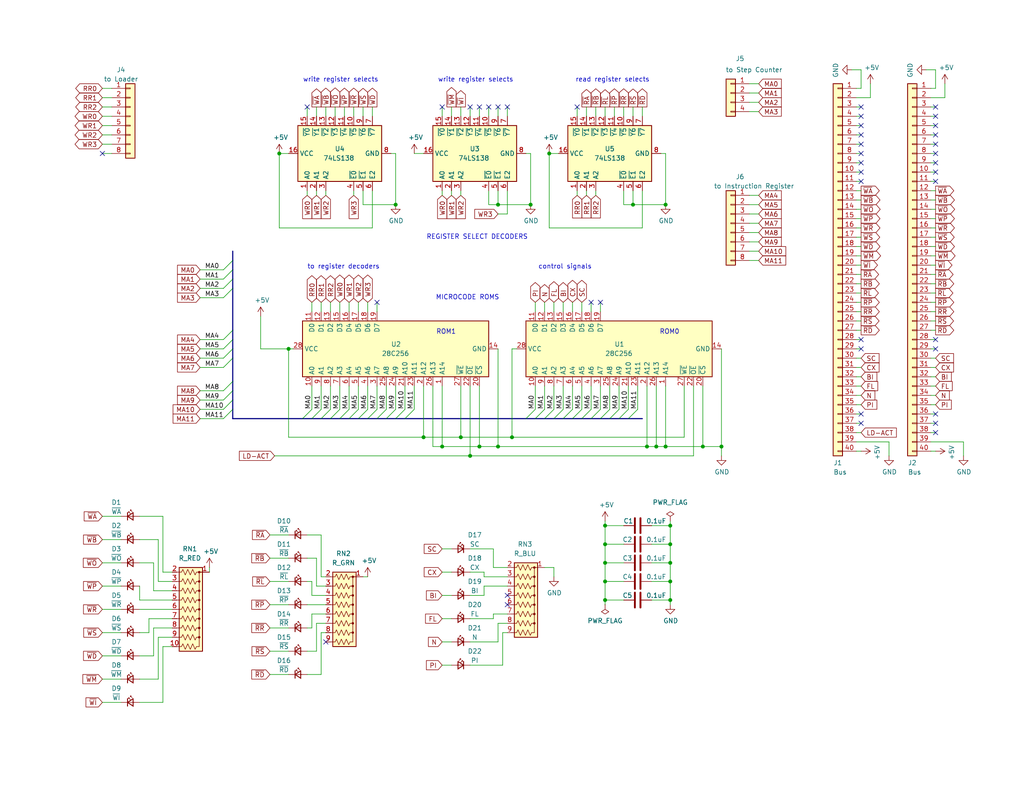
<source format=kicad_sch>
(kicad_sch (version 20231120) (generator "eeschema") (generator_version "8.0")
  (paper "USLetter")
  (title_block (title "SAP-Plus Microcode ROMs") (date "2024-11-30") (rev "1.1") (company "github.com/TomNisbet/sap-plus"))
  (junction (at 182.88 148.59))
  (junction (at 130.81 121.92))
  (junction (at 181.61 55.88))
  (junction (at 179.07 121.92))
  (junction (at 120.65 121.92))
  (junction (at 182.88 158.75))
  (junction (at 181.61 121.92))
  (junction (at 135.89 55.88))
  (junction (at 165.1 158.75))
  (junction (at 165.1 148.59))
  (junction (at 76.2 41.91))
  (junction (at 176.53 121.92))
  (junction (at 128.27 124.46))
  (junction (at 144.78 55.88))
  (junction (at 182.88 153.67))
  (junction (at 135.89 121.92))
  (junction (at 165.1 143.51))
  (junction (at 191.77 121.92))
  (junction (at 182.88 143.51))
  (junction (at 165.1 153.67))
  (junction (at 165.1 163.83))
  (junction (at 182.88 163.83))
  (junction (at 196.85 121.92))
  (junction (at 172.72 55.88))
  (junction (at 149.86 41.91))
  (junction (at 107.95 55.88))
  (junction (at 139.7 119.38))
  (junction (at 78.74 95.25))
  (junction (at 115.57 119.38))
  (junction (at 125.73 119.38))
  (no_connect (at 234.95 34.29))
  (no_connect (at 138.43 162.56))
  (no_connect (at 234.95 41.91))
  (no_connect (at 234.95 46.99))
  (no_connect (at 255.27 115.57))
  (no_connect (at 163.83 82.55))
  (no_connect (at 133.35 29.21))
  (no_connect (at 255.27 46.99))
  (no_connect (at 234.95 95.25))
  (no_connect (at 234.95 113.03))
  (no_connect (at 255.27 36.83))
  (no_connect (at 88.9 175.26))
  (no_connect (at 234.95 36.83))
  (no_connect (at 234.95 39.37))
  (no_connect (at 102.87 82.55))
  (no_connect (at 138.43 29.21))
  (no_connect (at 138.43 165.1))
  (no_connect (at 234.95 49.53))
  (no_connect (at 255.27 41.91))
  (no_connect (at 255.27 29.21))
  (no_connect (at 255.27 34.29))
  (no_connect (at 255.27 44.45))
  (no_connect (at 27.94 41.91))
  (no_connect (at 255.27 95.25))
  (no_connect (at 255.27 49.53))
  (no_connect (at 234.95 92.71))
  (no_connect (at 255.27 113.03))
  (no_connect (at 128.27 29.21))
  (no_connect (at 234.95 44.45))
  (no_connect (at 234.95 115.57))
  (no_connect (at 234.95 29.21))
  (no_connect (at 157.48 29.21))
  (no_connect (at 255.27 118.11))
  (no_connect (at 255.27 31.75))
  (no_connect (at 130.81 29.21))
  (no_connect (at 120.65 29.21))
  (no_connect (at 234.95 31.75))
  (no_connect (at 255.27 39.37))
  (no_connect (at 161.29 82.55))
  (no_connect (at 135.89 29.21))
  (no_connect (at 83.82 29.21))
  (no_connect (at 255.27 92.71))
  (bus_entry (at 92.71 114.3) (size 2.54 -2.54))
  (bus_entry (at 163.83 114.3) (size 2.54 -2.54))
  (bus_entry (at 107.95 114.3) (size 2.54 -2.54))
  (bus_entry (at 85.09 114.3) (size 2.54 -2.54))
  (bus_entry (at 110.49 114.3) (size 2.54 -2.54))
  (bus_entry (at 158.75 114.3) (size 2.54 -2.54))
  (bus_entry (at 105.41 114.3) (size 2.54 -2.54))
  (bus_entry (at 102.87 114.3) (size 2.54 -2.54))
  (bus_entry (at 151.13 114.3) (size 2.54 -2.54))
  (bus_entry (at 95.25 114.3) (size 2.54 -2.54))
  (bus_entry (at 153.67 114.3) (size 2.54 -2.54))
  (bus_entry (at 60.96 114.3) (size 2.54 -2.54))
  (bus_entry (at 156.21 114.3) (size 2.54 -2.54))
  (bus_entry (at 87.63 114.3) (size 2.54 -2.54))
  (bus_entry (at 148.59 114.3) (size 2.54 -2.54))
  (bus_entry (at 63.5 97.79) (size -2.54 2.54))
  (bus_entry (at 63.5 95.25) (size -2.54 2.54))
  (bus_entry (at 63.5 71.12) (size -2.54 2.54))
  (bus_entry (at 63.5 104.14) (size -2.54 2.54))
  (bus_entry (at 90.17 114.3) (size 2.54 -2.54))
  (bus_entry (at 143.51 114.3) (size 2.54 -2.54))
  (bus_entry (at 63.5 90.17) (size -2.54 2.54))
  (bus_entry (at 97.79 114.3) (size 2.54 -2.54))
  (bus_entry (at 146.05 114.3) (size 2.54 -2.54))
  (bus_entry (at 171.45 114.3) (size 2.54 -2.54))
  (bus_entry (at 63.5 92.71) (size -2.54 2.54))
  (bus_entry (at 63.5 73.66) (size -2.54 2.54))
  (bus_entry (at 161.29 114.3) (size 2.54 -2.54))
  (bus_entry (at 166.37 114.3) (size 2.54 -2.54))
  (bus_entry (at 168.91 114.3) (size 2.54 -2.54))
  (bus_entry (at 82.55 114.3) (size 2.54 -2.54))
  (bus_entry (at 100.33 114.3) (size 2.54 -2.54))
  (bus_entry (at 63.5 78.74) (size -2.54 2.54))
  (bus_entry (at 63.5 76.2) (size -2.54 2.54))
  (bus_entry (at 63.5 109.22) (size -2.54 2.54))
  (bus_entry (at 63.5 106.68) (size -2.54 2.54))
  (wire (pts (xy 135.89 52.07) (xy 135.89 55.88)))
  (wire (pts (xy 234.95 100.33) (xy 233.68 100.33)))
  (wire (pts (xy 71.12 86.36) (xy 71.12 95.25)))
  (wire (pts (xy 46.99 158.75) (xy 43.18 158.75)))
  (wire (pts (xy 157.48 52.07) (xy 157.48 53.34)))
  (wire (pts (xy 234.95 102.87) (xy 233.68 102.87)))
  (wire (pts (xy 234.95 59.69) (xy 233.68 59.69)))
  (wire (pts (xy 233.68 107.95) (xy 234.95 107.95)))
  (bus (pts (xy 156.21 114.3) (xy 158.75 114.3)))
  (wire (pts (xy 170.18 148.59) (xy 165.1 148.59)))
  (wire (pts (xy 186.69 119.38) (xy 139.7 119.38)))
  (wire (pts (xy 138.43 157.48) (xy 132.08 157.48)))
  (bus (pts (xy 146.05 114.3) (xy 148.59 114.3)))
  (wire (pts (xy 123.19 29.21) (xy 123.19 31.75)))
  (wire (pts (xy 80.01 95.25) (xy 78.74 95.25)))
  (wire (pts (xy 135.89 170.18) (xy 138.43 170.18)))
  (wire (pts (xy 161.29 105.41) (xy 161.29 111.76)))
  (wire (pts (xy 234.95 31.75) (xy 233.68 31.75)))
  (wire (pts (xy 130.81 29.21) (xy 130.81 31.75)))
  (wire (pts (xy 30.48 26.67) (xy 27.94 26.67)))
  (wire (pts (xy 86.36 160.02) (xy 88.9 160.02)))
  (wire (pts (xy 165.1 142.24) (xy 165.1 143.51)))
  (bus (pts (xy 171.45 114.3) (xy 175.26 114.3)))
  (wire (pts (xy 27.94 153.67) (xy 33.02 153.67)))
  (wire (pts (xy 40.64 168.91) (xy 46.99 168.91)))
  (wire (pts (xy 234.95 85.09) (xy 233.68 85.09)))
  (bus (pts (xy 63.5 106.68) (xy 63.5 109.22)))
  (wire (pts (xy 207.01 71.12) (xy 204.47 71.12)))
  (wire (pts (xy 255.27 95.25) (xy 254 95.25)))
  (wire (pts (xy 234.95 90.17) (xy 233.68 90.17)))
  (wire (pts (xy 57.15 154.94) (xy 57.15 156.21)))
  (wire (pts (xy 234.95 97.79) (xy 233.68 97.79)))
  (wire (pts (xy 73.66 146.05) (xy 78.74 146.05)))
  (wire (pts (xy 87.63 111.76) (xy 87.63 105.41)))
  (wire (pts (xy 182.88 153.67) (xy 182.88 158.75)))
  (wire (pts (xy 40.64 168.91) (xy 40.64 172.72)))
  (wire (pts (xy 234.95 77.47) (xy 233.68 77.47)))
  (bus (pts (xy 90.17 114.3) (xy 92.71 114.3)))
  (wire (pts (xy 76.2 41.91) (xy 76.2 62.23)))
  (wire (pts (xy 165.1 163.83) (xy 170.18 163.83)))
  (wire (pts (xy 83.82 171.45) (xy 85.09 171.45)))
  (wire (pts (xy 242.57 120.65) (xy 242.57 124.46)))
  (wire (pts (xy 138.43 52.07) (xy 138.43 58.42)))
  (wire (pts (xy 86.36 152.4) (xy 86.36 160.02)))
  (wire (pts (xy 234.95 46.99) (xy 233.68 46.99)))
  (wire (pts (xy 135.89 170.18) (xy 135.89 175.26)))
  (wire (pts (xy 120.65 29.21) (xy 120.65 31.75)))
  (wire (pts (xy 151.13 154.94) (xy 151.13 157.48)))
  (wire (pts (xy 132.08 160.02) (xy 132.08 162.56)))
  (wire (pts (xy 60.96 81.28) (xy 54.61 81.28)))
  (wire (pts (xy 233.68 113.03) (xy 234.95 113.03)))
  (wire (pts (xy 168.91 105.41) (xy 168.91 111.76)))
  (wire (pts (xy 88.9 170.18) (xy 86.36 170.18)))
  (wire (pts (xy 149.86 41.91) (xy 152.4 41.91)))
  (wire (pts (xy 207.01 66.04) (xy 204.47 66.04)))
  (wire (pts (xy 107.95 41.91) (xy 107.95 55.88)))
  (wire (pts (xy 101.6 62.23) (xy 76.2 62.23)))
  (wire (pts (xy 27.94 166.37) (xy 33.02 166.37)))
  (wire (pts (xy 83.82 152.4) (xy 86.36 152.4)))
  (wire (pts (xy 255.27 64.77) (xy 254 64.77)))
  (wire (pts (xy 181.61 105.41) (xy 181.61 121.92)))
  (wire (pts (xy 88.9 52.07) (xy 88.9 53.34)))
  (wire (pts (xy 46.99 156.21) (xy 44.45 156.21)))
  (bus (pts (xy 151.13 114.3) (xy 153.67 114.3)))
  (wire (pts (xy 74.93 124.46) (xy 128.27 124.46)))
  (wire (pts (xy 234.95 67.31) (xy 233.68 67.31)))
  (wire (pts (xy 102.87 105.41) (xy 102.87 111.76)))
  (wire (pts (xy 93.98 29.21) (xy 93.98 31.75)))
  (wire (pts (xy 120.65 105.41) (xy 120.65 121.92)))
  (wire (pts (xy 181.61 41.91) (xy 181.61 55.88)))
  (wire (pts (xy 165.1 158.75) (xy 170.18 158.75)))
  (wire (pts (xy 207.01 22.86) (xy 204.47 22.86)))
  (wire (pts (xy 90.17 105.41) (xy 90.17 111.76)))
  (wire (pts (xy 97.79 105.41) (xy 97.79 111.76)))
  (wire (pts (xy 255.27 19.05) (xy 255.27 24.13)))
  (wire (pts (xy 120.65 168.91) (xy 123.19 168.91)))
  (wire (pts (xy 255.27 24.13) (xy 254 24.13)))
  (wire (pts (xy 38.1 140.97) (xy 44.45 140.97)))
  (wire (pts (xy 162.56 52.07) (xy 162.56 53.34)))
  (wire (pts (xy 255.27 87.63) (xy 254 87.63)))
  (wire (pts (xy 86.36 29.21) (xy 86.36 31.75)))
  (bus (pts (xy 95.25 114.3) (xy 97.79 114.3)))
  (wire (pts (xy 234.95 19.05) (xy 234.95 24.13)))
  (wire (pts (xy 255.27 31.75) (xy 254 31.75)))
  (wire (pts (xy 60.96 73.66) (xy 54.61 73.66)))
  (bus (pts (xy 63.5 76.2) (xy 63.5 78.74)))
  (wire (pts (xy 171.45 105.41) (xy 171.45 111.76)))
  (wire (pts (xy 128.27 156.21) (xy 132.08 156.21)))
  (wire (pts (xy 83.82 165.1) (xy 88.9 165.1)))
  (wire (pts (xy 46.99 161.29) (xy 41.91 161.29)))
  (wire (pts (xy 255.27 110.49) (xy 254 110.49)))
  (wire (pts (xy 113.03 41.91) (xy 115.57 41.91)))
  (wire (pts (xy 138.43 29.21) (xy 138.43 31.75)))
  (wire (pts (xy 255.27 74.93) (xy 254 74.93)))
  (wire (pts (xy 255.27 67.31) (xy 254 67.31)))
  (wire (pts (xy 86.36 52.07) (xy 86.36 53.34)))
  (wire (pts (xy 60.96 95.25) (xy 54.61 95.25)))
  (wire (pts (xy 38.1 179.07) (xy 41.91 179.07)))
  (wire (pts (xy 130.81 105.41) (xy 130.81 121.92)))
  (wire (pts (xy 234.95 41.91) (xy 233.68 41.91)))
  (wire (pts (xy 128.27 162.56) (xy 132.08 162.56)))
  (wire (pts (xy 234.95 123.19) (xy 233.68 123.19)))
  (wire (pts (xy 233.68 120.65) (xy 242.57 120.65)))
  (wire (pts (xy 234.95 36.83) (xy 233.68 36.83)))
  (wire (pts (xy 115.57 119.38) (xy 125.73 119.38)))
  (wire (pts (xy 255.27 41.91) (xy 254 41.91)))
  (wire (pts (xy 204.47 30.48) (xy 207.01 30.48)))
  (wire (pts (xy 85.09 105.41) (xy 85.09 111.76)))
  (wire (pts (xy 101.6 52.07) (xy 101.6 62.23)))
  (wire (pts (xy 87.63 172.72) (xy 87.63 184.15)))
  (wire (pts (xy 163.83 105.41) (xy 163.83 111.76)))
  (wire (pts (xy 110.49 105.41) (xy 110.49 111.76)))
  (wire (pts (xy 233.68 115.57) (xy 234.95 115.57)))
  (bus (pts (xy 148.59 114.3) (xy 151.13 114.3)))
  (bus (pts (xy 63.5 109.22) (xy 63.5 111.76)))
  (wire (pts (xy 46.99 173.99) (xy 43.18 173.99)))
  (wire (pts (xy 207.01 63.5) (xy 204.47 63.5)))
  (wire (pts (xy 191.77 105.41) (xy 191.77 121.92)))
  (wire (pts (xy 135.89 29.21) (xy 135.89 31.75)))
  (wire (pts (xy 179.07 121.92) (xy 181.61 121.92)))
  (wire (pts (xy 175.26 52.07) (xy 175.26 62.23)))
  (wire (pts (xy 83.82 29.21) (xy 83.82 31.75)))
  (wire (pts (xy 173.99 105.41) (xy 173.99 111.76)))
  (wire (pts (xy 234.95 29.21) (xy 233.68 29.21)))
  (bus (pts (xy 161.29 114.3) (xy 163.83 114.3)))
  (wire (pts (xy 163.83 82.55) (xy 163.83 85.09)))
  (wire (pts (xy 133.35 52.07) (xy 133.35 55.88)))
  (wire (pts (xy 38.1 160.02) (xy 38.1 163.83)))
  (wire (pts (xy 233.68 110.49) (xy 234.95 110.49)))
  (wire (pts (xy 257.81 22.86) (xy 257.81 26.67)))
  (wire (pts (xy 27.94 147.32) (xy 33.02 147.32)))
  (wire (pts (xy 207.01 58.42) (xy 204.47 58.42)))
  (wire (pts (xy 135.89 58.42) (xy 138.43 58.42)))
  (wire (pts (xy 158.75 105.41) (xy 158.75 111.76)))
  (wire (pts (xy 144.78 41.91) (xy 143.51 41.91)))
  (wire (pts (xy 95.25 82.55) (xy 95.25 85.09)))
  (wire (pts (xy 153.67 82.55) (xy 153.67 85.09)))
  (wire (pts (xy 97.79 82.55) (xy 97.79 85.09)))
  (wire (pts (xy 60.96 78.74) (xy 54.61 78.74)))
  (wire (pts (xy 255.27 62.23) (xy 254 62.23)))
  (wire (pts (xy 151.13 105.41) (xy 151.13 111.76)))
  (wire (pts (xy 234.95 34.29) (xy 233.68 34.29)))
  (wire (pts (xy 255.27 49.53) (xy 254 49.53)))
  (wire (pts (xy 204.47 55.88) (xy 207.01 55.88)))
  (wire (pts (xy 255.27 85.09) (xy 254 85.09)))
  (wire (pts (xy 165.1 148.59) (xy 165.1 153.67)))
  (wire (pts (xy 38.1 172.72) (xy 40.64 172.72)))
  (wire (pts (xy 252.73 19.05) (xy 255.27 19.05)))
  (wire (pts (xy 85.09 167.64) (xy 88.9 167.64)))
  (wire (pts (xy 204.47 25.4) (xy 207.01 25.4)))
  (wire (pts (xy 123.19 52.07) (xy 123.19 53.34)))
  (wire (pts (xy 128.27 105.41) (xy 128.27 124.46)))
  (wire (pts (xy 234.95 82.55) (xy 233.68 82.55)))
  (wire (pts (xy 146.05 82.55) (xy 146.05 85.09)))
  (wire (pts (xy 165.1 143.51) (xy 165.1 148.59)))
  (wire (pts (xy 120.65 175.26) (xy 123.19 175.26)))
  (wire (pts (xy 255.27 29.21) (xy 254 29.21)))
  (wire (pts (xy 135.89 55.88) (xy 144.78 55.88)))
  (wire (pts (xy 96.52 29.21) (xy 96.52 31.75)))
  (wire (pts (xy 255.27 100.33) (xy 254 100.33)))
  (wire (pts (xy 91.44 29.21) (xy 91.44 31.75)))
  (wire (pts (xy 207.01 53.34) (xy 204.47 53.34)))
  (wire (pts (xy 177.8 158.75) (xy 182.88 158.75)))
  (wire (pts (xy 170.18 52.07) (xy 170.18 55.88)))
  (wire (pts (xy 60.96 106.68) (xy 54.61 106.68)))
  (wire (pts (xy 107.95 41.91) (xy 106.68 41.91)))
  (wire (pts (xy 135.89 95.25) (xy 135.89 121.92)))
  (wire (pts (xy 232.41 19.05) (xy 234.95 19.05)))
  (wire (pts (xy 234.95 57.15) (xy 233.68 57.15)))
  (wire (pts (xy 130.81 121.92) (xy 135.89 121.92)))
  (wire (pts (xy 133.35 55.88) (xy 135.89 55.88)))
  (wire (pts (xy 137.16 172.72) (xy 137.16 181.61)))
  (wire (pts (xy 255.27 77.47) (xy 254 77.47)))
  (wire (pts (xy 255.27 115.57) (xy 254 115.57)))
  (wire (pts (xy 125.73 52.07) (xy 125.73 53.34)))
  (wire (pts (xy 87.63 157.48) (xy 87.63 146.05)))
  (wire (pts (xy 88.9 157.48) (xy 87.63 157.48)))
  (bus (pts (xy 92.71 114.3) (xy 95.25 114.3)))
  (wire (pts (xy 27.94 34.29) (xy 30.48 34.29)))
  (wire (pts (xy 234.95 74.93) (xy 233.68 74.93)))
  (wire (pts (xy 149.86 62.23) (xy 149.86 41.91)))
  (wire (pts (xy 41.91 171.45) (xy 46.99 171.45)))
  (wire (pts (xy 85.09 171.45) (xy 85.09 167.64)))
  (wire (pts (xy 76.2 41.91) (xy 78.74 41.91)))
  (wire (pts (xy 255.27 39.37) (xy 254 39.37)))
  (wire (pts (xy 177.8 163.83) (xy 182.88 163.83)))
  (wire (pts (xy 148.59 154.94) (xy 151.13 154.94)))
  (wire (pts (xy 73.66 177.8) (xy 78.74 177.8)))
  (wire (pts (xy 207.01 68.58) (xy 204.47 68.58)))
  (wire (pts (xy 161.29 82.55) (xy 161.29 85.09)))
  (wire (pts (xy 87.63 82.55) (xy 87.63 85.09)))
  (wire (pts (xy 60.96 109.22) (xy 54.61 109.22)))
  (bus (pts (xy 82.55 114.3) (xy 85.09 114.3)))
  (wire (pts (xy 255.27 123.19) (xy 254 123.19)))
  (bus (pts (xy 107.95 114.3) (xy 110.49 114.3)))
  (wire (pts (xy 237.49 22.86) (xy 237.49 26.67)))
  (wire (pts (xy 120.65 149.86) (xy 123.19 149.86)))
  (wire (pts (xy 96.52 52.07) (xy 96.52 53.34)))
  (wire (pts (xy 234.95 87.63) (xy 233.68 87.63)))
  (wire (pts (xy 255.27 52.07) (xy 254 52.07)))
  (wire (pts (xy 44.45 176.53) (xy 44.45 191.77)))
  (wire (pts (xy 38.1 147.32) (xy 43.18 147.32)))
  (wire (pts (xy 234.95 95.25) (xy 233.68 95.25)))
  (wire (pts (xy 95.25 105.41) (xy 95.25 111.76)))
  (wire (pts (xy 170.18 143.51) (xy 165.1 143.51)))
  (wire (pts (xy 233.68 118.11) (xy 234.95 118.11)))
  (wire (pts (xy 120.65 121.92) (xy 130.81 121.92)))
  (wire (pts (xy 172.72 55.88) (xy 170.18 55.88)))
  (wire (pts (xy 255.27 46.99) (xy 254 46.99)))
  (wire (pts (xy 156.21 105.41) (xy 156.21 111.76)))
  (wire (pts (xy 128.27 124.46) (xy 189.23 124.46)))
  (wire (pts (xy 181.61 55.88) (xy 172.72 55.88)))
  (wire (pts (xy 165.1 153.67) (xy 165.1 158.75)))
  (wire (pts (xy 175.26 29.21) (xy 175.26 31.75)))
  (wire (pts (xy 120.65 181.61) (xy 123.19 181.61)))
  (wire (pts (xy 85.09 162.56) (xy 88.9 162.56)))
  (wire (pts (xy 73.66 184.15) (xy 78.74 184.15)))
  (bus (pts (xy 87.63 114.3) (xy 90.17 114.3)))
  (wire (pts (xy 255.27 36.83) (xy 254 36.83)))
  (wire (pts (xy 179.07 105.41) (xy 179.07 121.92)))
  (wire (pts (xy 255.27 54.61) (xy 254 54.61)))
  (wire (pts (xy 120.65 52.07) (xy 120.65 53.34)))
  (wire (pts (xy 172.72 52.07) (xy 172.72 55.88)))
  (wire (pts (xy 138.43 154.94) (xy 134.62 154.94)))
  (wire (pts (xy 100.33 82.55) (xy 100.33 85.09)))
  (wire (pts (xy 207.01 27.94) (xy 204.47 27.94)))
  (wire (pts (xy 73.66 171.45) (xy 78.74 171.45)))
  (wire (pts (xy 255.27 72.39) (xy 254 72.39)))
  (wire (pts (xy 234.95 105.41) (xy 233.68 105.41)))
  (wire (pts (xy 255.27 92.71) (xy 254 92.71)))
  (wire (pts (xy 128.27 175.26) (xy 135.89 175.26)))
  (wire (pts (xy 78.74 95.25) (xy 78.74 119.38)))
  (wire (pts (xy 85.09 158.75) (xy 85.09 162.56)))
  (wire (pts (xy 181.61 121.92) (xy 191.77 121.92)))
  (wire (pts (xy 83.82 158.75) (xy 85.09 158.75)))
  (wire (pts (xy 170.18 153.67) (xy 165.1 153.67)))
  (wire (pts (xy 156.21 82.55) (xy 156.21 85.09)))
  (wire (pts (xy 234.95 54.61) (xy 233.68 54.61)))
  (wire (pts (xy 182.88 163.83) (xy 182.88 165.1)))
  (bus (pts (xy 100.33 114.3) (xy 102.87 114.3)))
  (bus (pts (xy 102.87 114.3) (xy 105.41 114.3)))
  (wire (pts (xy 85.09 82.55) (xy 85.09 85.09)))
  (wire (pts (xy 44.45 191.77) (xy 38.1 191.77)))
  (wire (pts (xy 234.95 24.13) (xy 233.68 24.13)))
  (wire (pts (xy 46.99 176.53) (xy 44.45 176.53)))
  (wire (pts (xy 125.73 105.41) (xy 125.73 119.38)))
  (wire (pts (xy 182.88 158.75) (xy 182.88 163.83)))
  (bus (pts (xy 110.49 114.3) (xy 143.51 114.3)))
  (wire (pts (xy 255.27 69.85) (xy 254 69.85)))
  (wire (pts (xy 128.27 29.21) (xy 128.27 31.75)))
  (wire (pts (xy 186.69 105.41) (xy 186.69 119.38)))
  (wire (pts (xy 92.71 82.55) (xy 92.71 85.09)))
  (bus (pts (xy 63.5 111.76) (xy 63.5 114.3)))
  (wire (pts (xy 234.95 69.85) (xy 233.68 69.85)))
  (wire (pts (xy 30.48 41.91) (xy 27.94 41.91)))
  (wire (pts (xy 135.89 121.92) (xy 176.53 121.92)))
  (wire (pts (xy 255.27 44.45) (xy 254 44.45)))
  (wire (pts (xy 234.95 44.45) (xy 233.68 44.45)))
  (wire (pts (xy 60.96 114.3) (xy 54.61 114.3)))
  (wire (pts (xy 120.65 162.56) (xy 123.19 162.56)))
  (wire (pts (xy 60.96 111.76) (xy 54.61 111.76)))
  (bus (pts (xy 158.75 114.3) (xy 161.29 114.3)))
  (wire (pts (xy 137.16 172.72) (xy 138.43 172.72)))
  (wire (pts (xy 99.06 29.21) (xy 99.06 31.75)))
  (wire (pts (xy 255.27 34.29) (xy 254 34.29)))
  (bus (pts (xy 63.5 104.14) (xy 63.5 106.68)))
  (wire (pts (xy 118.11 105.41) (xy 118.11 121.92)))
  (wire (pts (xy 165.1 29.21) (xy 165.1 31.75)))
  (bus (pts (xy 63.5 114.3) (xy 82.55 114.3)))
  (wire (pts (xy 107.95 105.41) (xy 107.95 111.76)))
  (wire (pts (xy 99.06 55.88) (xy 107.95 55.88)))
  (wire (pts (xy 99.06 157.48) (xy 100.33 157.48)))
  (wire (pts (xy 83.82 177.8) (xy 86.36 177.8)))
  (wire (pts (xy 140.97 95.25) (xy 139.7 95.25)))
  (wire (pts (xy 125.73 29.21) (xy 125.73 31.75)))
  (wire (pts (xy 255.27 59.69) (xy 254 59.69)))
  (wire (pts (xy 234.95 72.39) (xy 233.68 72.39)))
  (bus (pts (xy 63.5 92.71) (xy 63.5 95.25)))
  (wire (pts (xy 255.27 102.87) (xy 254 102.87)))
  (bus (pts (xy 168.91 114.3) (xy 171.45 114.3)))
  (wire (pts (xy 175.26 62.23) (xy 149.86 62.23)))
  (wire (pts (xy 134.62 167.64) (xy 134.62 168.91)))
  (wire (pts (xy 118.11 121.92) (xy 120.65 121.92)))
  (wire (pts (xy 43.18 185.42) (xy 38.1 185.42)))
  (wire (pts (xy 151.13 82.55) (xy 151.13 85.09)))
  (wire (pts (xy 92.71 105.41) (xy 92.71 111.76)))
  (wire (pts (xy 27.94 179.07) (xy 33.02 179.07)))
  (wire (pts (xy 255.27 80.01) (xy 254 80.01)))
  (wire (pts (xy 101.6 29.21) (xy 101.6 31.75)))
  (bus (pts (xy 143.51 114.3) (xy 146.05 114.3)))
  (bus (pts (xy 63.5 71.12) (xy 63.5 73.66)))
  (wire (pts (xy 78.74 119.38) (xy 115.57 119.38)))
  (wire (pts (xy 170.18 29.21) (xy 170.18 31.75)))
  (wire (pts (xy 158.75 82.55) (xy 158.75 85.09)))
  (wire (pts (xy 27.94 29.21) (xy 30.48 29.21)))
  (bus (pts (xy 166.37 114.3) (xy 168.91 114.3)))
  (wire (pts (xy 182.88 148.59) (xy 182.88 153.67)))
  (wire (pts (xy 113.03 105.41) (xy 113.03 111.76)))
  (bus (pts (xy 63.5 95.25) (xy 63.5 97.79)))
  (wire (pts (xy 162.56 29.21) (xy 162.56 31.75)))
  (wire (pts (xy 234.95 39.37) (xy 233.68 39.37)))
  (wire (pts (xy 233.68 26.67) (xy 237.49 26.67)))
  (wire (pts (xy 73.66 165.1) (xy 78.74 165.1)))
  (bus (pts (xy 97.79 114.3) (xy 100.33 114.3)))
  (wire (pts (xy 115.57 105.41) (xy 115.57 119.38)))
  (bus (pts (xy 63.5 73.66) (xy 63.5 76.2)))
  (wire (pts (xy 83.82 146.05) (xy 87.63 146.05)))
  (wire (pts (xy 128.27 181.61) (xy 137.16 181.61)))
  (wire (pts (xy 196.85 95.25) (xy 196.85 121.92)))
  (wire (pts (xy 254 120.65) (xy 262.89 120.65)))
  (wire (pts (xy 27.94 191.77) (xy 33.02 191.77)))
  (wire (pts (xy 60.96 100.33) (xy 54.61 100.33)))
  (wire (pts (xy 160.02 52.07) (xy 160.02 53.34)))
  (wire (pts (xy 134.62 154.94) (xy 134.62 149.86)))
  (wire (pts (xy 71.12 95.25) (xy 78.74 95.25)))
  (wire (pts (xy 133.35 29.21) (xy 133.35 31.75)))
  (wire (pts (xy 38.1 166.37) (xy 46.99 166.37)))
  (wire (pts (xy 128.27 168.91) (xy 134.62 168.91)))
  (wire (pts (xy 255.27 118.11) (xy 254 118.11)))
  (wire (pts (xy 177.8 148.59) (xy 182.88 148.59)))
  (wire (pts (xy 180.34 41.91) (xy 181.61 41.91)))
  (wire (pts (xy 234.95 62.23) (xy 233.68 62.23)))
  (wire (pts (xy 99.06 52.07) (xy 99.06 55.88)))
  (wire (pts (xy 255.27 82.55) (xy 254 82.55)))
  (wire (pts (xy 44.45 156.21) (xy 44.45 140.97)))
  (wire (pts (xy 176.53 121.92) (xy 179.07 121.92)))
  (wire (pts (xy 41.91 153.67) (xy 41.91 161.29)))
  (bus (pts (xy 163.83 114.3) (xy 166.37 114.3)))
  (wire (pts (xy 60.96 92.71) (xy 54.61 92.71)))
  (wire (pts (xy 43.18 158.75) (xy 43.18 147.32)))
  (wire (pts (xy 176.53 105.41) (xy 176.53 121.92)))
  (wire (pts (xy 196.85 121.92) (xy 196.85 124.46)))
  (wire (pts (xy 255.27 113.03) (xy 254 113.03)))
  (wire (pts (xy 83.82 184.15) (xy 87.63 184.15)))
  (wire (pts (xy 134.62 167.64) (xy 138.43 167.64)))
  (wire (pts (xy 182.88 142.24) (xy 182.88 143.51)))
  (bus (pts (xy 63.5 78.74) (xy 63.5 90.17)))
  (wire (pts (xy 255.27 90.17) (xy 254 90.17)))
  (wire (pts (xy 153.67 105.41) (xy 153.67 111.76)))
  (wire (pts (xy 177.8 143.51) (xy 182.88 143.51)))
  (wire (pts (xy 255.27 105.41) (xy 254 105.41)))
  (wire (pts (xy 120.65 156.21) (xy 123.19 156.21)))
  (wire (pts (xy 88.9 172.72) (xy 87.63 172.72)))
  (wire (pts (xy 83.82 52.07) (xy 83.82 53.34)))
  (bus (pts (xy 63.5 90.17) (xy 63.5 92.71)))
  (wire (pts (xy 148.59 111.76) (xy 148.59 105.41)))
  (wire (pts (xy 86.36 170.18) (xy 86.36 177.8)))
  (bus (pts (xy 153.67 114.3) (xy 156.21 114.3)))
  (wire (pts (xy 132.08 156.21) (xy 132.08 157.48)))
  (wire (pts (xy 165.1 158.75) (xy 165.1 163.83)))
  (wire (pts (xy 146.05 105.41) (xy 146.05 111.76)))
  (wire (pts (xy 139.7 95.25) (xy 139.7 119.38)))
  (wire (pts (xy 125.73 119.38) (xy 139.7 119.38)))
  (wire (pts (xy 189.23 124.46) (xy 189.23 105.41)))
  (wire (pts (xy 144.78 41.91) (xy 144.78 55.88)))
  (wire (pts (xy 27.94 24.13) (xy 30.48 24.13)))
  (wire (pts (xy 165.1 163.83) (xy 165.1 165.1)))
  (wire (pts (xy 148.59 82.55) (xy 148.59 85.09)))
  (wire (pts (xy 166.37 105.41) (xy 166.37 111.76)))
  (wire (pts (xy 60.96 97.79) (xy 54.61 97.79)))
  (wire (pts (xy 43.18 173.99) (xy 43.18 185.42)))
  (wire (pts (xy 60.96 76.2) (xy 54.61 76.2)))
  (wire (pts (xy 27.94 39.37) (xy 30.48 39.37)))
  (wire (pts (xy 27.94 160.02) (xy 33.02 160.02)))
  (bus (pts (xy 63.5 97.79) (xy 63.5 104.14)))
  (wire (pts (xy 262.89 120.65) (xy 262.89 124.46)))
  (bus (pts (xy 85.09 114.3) (xy 87.63 114.3)))
  (wire (pts (xy 27.94 140.97) (xy 33.02 140.97)))
  (wire (pts (xy 30.48 31.75) (xy 27.94 31.75)))
  (wire (pts (xy 30.48 36.83) (xy 27.94 36.83)))
  (wire (pts (xy 157.48 29.21) (xy 157.48 31.75)))
  (wire (pts (xy 234.95 64.77) (xy 233.68 64.77)))
  (wire (pts (xy 88.9 29.21) (xy 88.9 31.75)))
  (bus (pts (xy 63.5 68.58) (xy 63.5 71.12)))
  (wire (pts (xy 160.02 29.21) (xy 160.02 31.75)))
  (wire (pts (xy 100.33 105.41) (xy 100.33 111.76)))
  (wire (pts (xy 27.94 185.42) (xy 33.02 185.42)))
  (wire (pts (xy 255.27 97.79) (xy 254 97.79)))
  (wire (pts (xy 138.43 160.02) (xy 132.08 160.02)))
  (wire (pts (xy 254 26.67) (xy 257.81 26.67)))
  (wire (pts (xy 73.66 158.75) (xy 78.74 158.75)))
  (wire (pts (xy 182.88 143.51) (xy 182.88 148.59)))
  (wire (pts (xy 41.91 171.45) (xy 41.91 179.07)))
  (wire (pts (xy 255.27 57.15) (xy 254 57.15)))
  (wire (pts (xy 234.95 80.01) (xy 233.68 80.01)))
  (wire (pts (xy 191.77 121.92) (xy 196.85 121.92)))
  (wire (pts (xy 38.1 163.83) (xy 46.99 163.83)))
  (wire (pts (xy 167.64 29.21) (xy 167.64 31.75)))
  (wire (pts (xy 255.27 107.95) (xy 254 107.95)))
  (wire (pts (xy 90.17 82.55) (xy 90.17 85.09)))
  (wire (pts (xy 105.41 105.41) (xy 105.41 111.76)))
  (wire (pts (xy 177.8 153.67) (xy 182.88 153.67)))
  (wire (pts (xy 172.72 29.21) (xy 172.72 31.75)))
  (wire (pts (xy 234.95 92.71) (xy 233.68 92.71)))
  (wire (pts (xy 234.95 52.07) (xy 233.68 52.07)))
  (wire (pts (xy 73.66 152.4) (xy 78.74 152.4)))
  (wire (pts (xy 38.1 153.67) (xy 41.91 153.67)))
  (wire (pts (xy 27.94 172.72) (xy 33.02 172.72)))
  (wire (pts (xy 204.47 60.96) (xy 207.01 60.96)))
  (bus (pts (xy 105.41 114.3) (xy 107.95 114.3)))
  (wire (pts (xy 234.95 49.53) (xy 233.68 49.53)))
  (wire (pts (xy 128.27 149.86) (xy 134.62 149.86)))
  (wire (pts (xy 102.87 82.55) (xy 102.87 85.09)))
  (text "read register selects" (at 167.132 21.844 0) (effects (font (size 1.27 1.27))))
  (text "to register decoders" (at 93.726 72.898 0) (effects (font (size 1.27 1.27))))
  (text "write register selects" (at 92.964 21.844 0) (effects (font (size 1.27 1.27))))
  (text "REGISTER SELECT DECODERS" (at 116.332 65.532 0) (effects (font (size 1.27 1.27)) (justify left bottom)))
  (text "write register selects" (at 129.794 21.844 0) (effects (font (size 1.27 1.27))))
  (text "control signals" (at 154.178 72.898 0) (effects (font (size 1.27 1.27))))
  (text "MICROCODE ROMS" (at 118.872 82.042 0) (effects (font (size 1.27 1.27)) (justify left bottom)))
  (text "ROM1" (at 124.46 91.44 0) (effects (font (size 1.27 1.27)) (justify right bottom)))
  (text "ROM0" (at 185.42 91.44 0) (effects (font (size 1.27 1.27)) (justify right bottom)))
  (label "MA2" (at 151.13 111.76 90))
  (label "MA5" (at 158.75 111.76 90))
  (label "MA8" (at 105.41 111.76 90))
  (label "MA4" (at 55.88 92.71 0))
  (label "MA4" (at 156.21 111.76 90))
  (label "MA8" (at 166.37 111.76 90))
  (label "MA2" (at 90.17 111.76 90))
  (label "MA6" (at 161.29 111.76 90))
  (label "MA10" (at 55.88 111.76 0))
  (label "MA4" (at 95.25 111.76 90))
  (label "MA3" (at 153.67 111.76 90))
  (label "MA3" (at 92.71 111.76 90))
  (label "MA10" (at 171.45 111.76 90))
  (label "MA6" (at 100.33 111.76 90))
  (label "MA7" (at 163.83 111.76 90))
  (label "MA0" (at 85.09 111.76 90))
  (label "MA5" (at 55.88 95.25 0))
  (label "MA9" (at 55.88 109.22 0))
  (label "MA7" (at 102.87 111.76 90))
  (label "MA3" (at 55.88 81.28 0))
  (label "MA1" (at 87.63 111.76 90))
  (label "MA9" (at 168.91 111.76 90))
  (label "MA5" (at 97.79 111.76 90))
  (label "MA8" (at 55.88 106.68 0))
  (label "MA1" (at 55.88 76.2 0))
  (label "MA11" (at 113.03 111.76 90))
  (label "MA7" (at 55.88 100.33 0))
  (label "MA6" (at 55.88 97.79 0))
  (label "MA11" (at 173.99 111.76 90))
  (label "MA2" (at 55.88 78.74 0))
  (label "MA1" (at 148.59 111.76 90))
  (label "MA11" (at 55.88 114.3 0))
  (label "MA0" (at 146.05 111.76 90))
  (label "MA0" (at 55.88 73.66 0))
  (label "MA10" (at 110.49 111.76 90))
  (label "MA9" (at 107.95 111.76 90))
  (global_label "~{WR}" (shape output) (at 96.52 29.21 90) (property "Intersheetrefs" "${INTERSHEET_REFS}" (effects (hide yes))))
  (global_label "~{RR}" (shape output) (at 234.95 85.09 0) (property "Intersheetrefs" "${INTERSHEET_REFS}" (effects (hide yes))))
  (global_label "MA8" (shape input) (at 207.01 63.5 0) (property "Intersheetrefs" "${INTERSHEET_REFS}" (effects (hide yes))))
  (global_label "PI" (shape tri_state) (at 146.05 82.55 90) (property "Intersheetrefs" "${INTERSHEET_REFS}" (effects (hide yes))))
  (global_label "~{RB}" (shape output) (at 234.95 77.47 0) (property "Intersheetrefs" "${INTERSHEET_REFS}" (effects (hide yes))))
  (global_label "~{RS}" (shape input) (at 73.66 177.8 180) (property "Intersheetrefs" "${INTERSHEET_REFS}" (effects (hide yes))))
  (global_label "~{WP}" (shape output) (at 234.95 59.69 0) (property "Intersheetrefs" "${INTERSHEET_REFS}" (effects (hide yes))))
  (global_label "BI" (shape input) (at 120.65 162.56 180) (property "Intersheetrefs" "${INTERSHEET_REFS}" (effects (hide yes))))
  (global_label "~{WA}" (shape output) (at 86.36 29.21 90) (property "Intersheetrefs" "${INTERSHEET_REFS}" (effects (hide yes))))
  (global_label "~{WB}" (shape input) (at 27.94 147.32 180) (property "Intersheetrefs" "${INTERSHEET_REFS}" (effects (hide yes))))
  (global_label "PI" (shape input) (at 255.27 110.49 0) (property "Intersheetrefs" "${INTERSHEET_REFS}" (effects (hide yes))))
  (global_label "RR1" (shape tri_state) (at 27.94 26.67 180) (property "Intersheetrefs" "${INTERSHEET_REFS}" (effects (hide yes))))
  (global_label "MA3" (shape input) (at 54.61 81.28 180) (property "Intersheetrefs" "${INTERSHEET_REFS}" (effects (hide yes))))
  (global_label "CX" (shape input) (at 120.65 156.21 180) (property "Intersheetrefs" "${INTERSHEET_REFS}" (effects (hide yes))))
  (global_label "MA6" (shape input) (at 207.01 58.42 0) (property "Intersheetrefs" "${INTERSHEET_REFS}" (effects (hide yes))))
  (global_label "RR0" (shape input) (at 157.48 53.34 270) (property "Intersheetrefs" "${INTERSHEET_REFS}" (effects (hide yes))))
  (global_label "FL" (shape tri_state) (at 151.13 82.55 90) (property "Intersheetrefs" "${INTERSHEET_REFS}" (effects (hide yes))))
  (global_label "SC" (shape input) (at 234.95 97.79 0) (property "Intersheetrefs" "${INTERSHEET_REFS}" (effects (hide yes))))
  (global_label "WR2" (shape tri_state) (at 97.79 82.55 90) (property "Intersheetrefs" "${INTERSHEET_REFS}" (effects (hide yes))))
  (global_label "~{WP}" (shape input) (at 27.94 160.02 180) (property "Intersheetrefs" "${INTERSHEET_REFS}" (effects (hide yes))))
  (global_label "~{WO}" (shape input) (at 27.94 153.67 180) (property "Intersheetrefs" "${INTERSHEET_REFS}" (effects (hide yes))))
  (global_label "MA10" (shape input) (at 54.61 111.76 180) (property "Intersheetrefs" "${INTERSHEET_REFS}" (effects (hide yes))))
  (global_label "WR1" (shape tri_state) (at 95.25 82.55 90) (property "Intersheetrefs" "${INTERSHEET_REFS}" (effects (hide yes))))
  (global_label "~{RA}" (shape output) (at 255.27 74.93 0) (property "Intersheetrefs" "${INTERSHEET_REFS}" (effects (hide yes))))
  (global_label "MA2" (shape input) (at 54.61 78.74 180) (property "Intersheetrefs" "${INTERSHEET_REFS}" (effects (hide yes))))
  (global_label "~{WM}" (shape input) (at 27.94 185.42 180) (property "Intersheetrefs" "${INTERSHEET_REFS}" (effects (hide yes))))
  (global_label "WR1" (shape tri_state) (at 27.94 34.29 180) (property "Intersheetrefs" "${INTERSHEET_REFS}" (effects (hide yes))))
  (global_label "FL" (shape input) (at 255.27 105.41 0) (property "Intersheetrefs" "${INTERSHEET_REFS}" (effects (hide yes))))
  (global_label "WR3" (shape tri_state) (at 27.94 39.37 180) (property "Intersheetrefs" "${INTERSHEET_REFS}" (effects (hide yes))))
  (global_label "~{RS}" (shape output) (at 234.95 87.63 0) (property "Intersheetrefs" "${INTERSHEET_REFS}" (effects (hide yes))))
  (global_label "~{RP}" (shape output) (at 255.27 82.55 0) (property "Intersheetrefs" "${INTERSHEET_REFS}" (effects (hide yes))))
  (global_label "MA2" (shape input) (at 207.01 27.94 0) (property "Intersheetrefs" "${INTERSHEET_REFS}" (effects (hide yes))))
  (global_label "~{RL}" (shape input) (at 73.66 158.75 180) (property "Intersheetrefs" "${INTERSHEET_REFS}" (effects (hide yes))))
  (global_label "~{WS}" (shape input) (at 27.94 172.72 180) (property "Intersheetrefs" "${INTERSHEET_REFS}" (effects (hide yes))))
  (global_label "RR1" (shape input) (at 160.02 53.34 270) (property "Intersheetrefs" "${INTERSHEET_REFS}" (effects (hide yes))))
  (global_label "~{RD}" (shape output) (at 175.26 29.21 90) (property "Intersheetrefs" "${INTERSHEET_REFS}" (effects (hide yes))))
  (global_label "WR0" (shape tri_state) (at 27.94 31.75 180) (property "Intersheetrefs" "${INTERSHEET_REFS}" (effects (hide yes))))
  (global_label "LD-ACT" (shape input) (at 234.95 118.11 0) (property "Intersheetrefs" "${INTERSHEET_REFS}" (effects (hide yes))))
  (global_label "WR2" (shape tri_state) (at 27.94 36.83 180) (property "Intersheetrefs" "${INTERSHEET_REFS}" (effects (hide yes))))
  (global_label "~{RB}" (shape input) (at 73.66 152.4 180) (property "Intersheetrefs" "${INTERSHEET_REFS}" (effects (hide yes))))
  (global_label "MA6" (shape input) (at 54.61 97.79 180) (property "Intersheetrefs" "${INTERSHEET_REFS}" (effects (hide yes))))
  (global_label "MA8" (shape input) (at 54.61 106.68 180) (property "Intersheetrefs" "${INTERSHEET_REFS}" (effects (hide yes))))
  (global_label "~{WB}" (shape output) (at 234.95 54.61 0) (property "Intersheetrefs" "${INTERSHEET_REFS}" (effects (hide yes))))
  (global_label "~{WO}" (shape output) (at 234.95 57.15 0) (property "Intersheetrefs" "${INTERSHEET_REFS}" (effects (hide yes))))
  (global_label "~{WD}" (shape input) (at 27.94 179.07 180) (property "Intersheetrefs" "${INTERSHEET_REFS}" (effects (hide yes))))
  (global_label "~{RD}" (shape input) (at 73.66 184.15 180) (property "Intersheetrefs" "${INTERSHEET_REFS}" (effects (hide yes))))
  (global_label "CX" (shape input) (at 255.27 100.33 0) (property "Intersheetrefs" "${INTERSHEET_REFS}" (effects (hide yes))))
  (global_label "~{RD}" (shape output) (at 234.95 90.17 0) (property "Intersheetrefs" "${INTERSHEET_REFS}" (effects (hide yes))))
  (global_label "N" (shape input) (at 120.65 175.26 180) (property "Intersheetrefs" "${INTERSHEET_REFS}" (effects (hide yes))))
  (global_label "~{RR}" (shape input) (at 73.66 171.45 180) (property "Intersheetrefs" "${INTERSHEET_REFS}" (effects (hide yes))))
  (global_label "WR1" (shape input) (at 86.36 53.34 270) (property "Intersheetrefs" "${INTERSHEET_REFS}" (effects (hide yes))))
  (global_label "~{WM}" (shape output) (at 234.95 69.85 0) (property "Intersheetrefs" "${INTERSHEET_REFS}" (effects (hide yes))))
  (global_label "FL" (shape input) (at 234.95 105.41 0) (property "Intersheetrefs" "${INTERSHEET_REFS}" (effects (hide yes))))
  (global_label "~{RR}" (shape output) (at 255.27 85.09 0) (property "Intersheetrefs" "${INTERSHEET_REFS}" (effects (hide yes))))
  (global_label "~{WD}" (shape output) (at 255.27 67.31 0) (property "Intersheetrefs" "${INTERSHEET_REFS}" (effects (hide yes))))
  (global_label "~{RB}" (shape output) (at 162.56 29.21 90) (property "Intersheetrefs" "${INTERSHEET_REFS}" (effects (hide yes))))
  (global_label "MA11" (shape input) (at 54.61 114.3 180) (property "Intersheetrefs" "${INTERSHEET_REFS}" (effects (hide yes))))
  (global_label "~{RA}" (shape input) (at 73.66 146.05 180) (property "Intersheetrefs" "${INTERSHEET_REFS}" (effects (hide yes))))
  (global_label "~{WR}" (shape output) (at 234.95 62.23 0) (property "Intersheetrefs" "${INTERSHEET_REFS}" (effects (hide yes))))
  (global_label "PI" (shape input) (at 120.65 181.61 180) (property "Intersheetrefs" "${INTERSHEET_REFS}" (effects (hide yes))))
  (global_label "WR2" (shape input) (at 88.9 53.34 270) (property "Intersheetrefs" "${INTERSHEET_REFS}" (effects (hide yes))))
  (global_label "N" (shape input) (at 255.27 107.95 0) (property "Intersheetrefs" "${INTERSHEET_REFS}" (effects (hide yes))))
  (global_label "WR0" (shape input) (at 120.65 53.34 270) (property "Intersheetrefs" "${INTERSHEET_REFS}" (effects (hide yes))))
  (global_label "MA1" (shape input) (at 207.01 25.4 0) (property "Intersheetrefs" "${INTERSHEET_REFS}" (effects (hide yes))))
  (global_label "WR3" (shape input) (at 135.89 58.42 180) (property "Intersheetrefs" "${INTERSHEET_REFS}" (effects (hide yes))))
  (global_label "BI" (shape input) (at 255.27 102.87 0) (property "Intersheetrefs" "${INTERSHEET_REFS}" (effects (hide yes))))
  (global_label "~{RL}" (shape output) (at 165.1 29.21 90) (property "Intersheetrefs" "${INTERSHEET_REFS}" (effects (hide yes))))
  (global_label "FL" (shape input) (at 120.65 168.91 180) (property "Intersheetrefs" "${INTERSHEET_REFS}" (effects (hide yes))))
  (global_label "RR1" (shape tri_state) (at 87.63 82.55 90) (property "Intersheetrefs" "${INTERSHEET_REFS}" (effects (hide yes))))
  (global_label "~{WS}" (shape output) (at 255.27 64.77 0) (property "Intersheetrefs" "${INTERSHEET_REFS}" (effects (hide yes))))
  (global_label "MA0" (shape input) (at 207.01 22.86 0) (property "Intersheetrefs" "${INTERSHEET_REFS}" (effects (hide yes))))
  (global_label "MA9" (shape input) (at 54.61 109.22 180) (property "Intersheetrefs" "${INTERSHEET_REFS}" (effects (hide yes))))
  (global_label "BI" (shape input) (at 234.95 102.87 0) (property "Intersheetrefs" "${INTERSHEET_REFS}" (effects (hide yes))))
  (global_label "N" (shape tri_state) (at 148.59 82.55 90) (property "Intersheetrefs" "${INTERSHEET_REFS}" (effects (hide yes))))
  (global_label "RR2" (shape tri_state) (at 27.94 29.21 180) (property "Intersheetrefs" "${INTERSHEET_REFS}" (effects (hide yes))))
  (global_label "~{WR}" (shape output) (at 255.27 62.23 0) (property "Intersheetrefs" "${INTERSHEET_REFS}" (effects (hide yes))))
  (global_label "~{RA}" (shape output) (at 234.95 74.93 0) (property "Intersheetrefs" "${INTERSHEET_REFS}" (effects (hide yes))))
  (global_label "MA7" (shape input) (at 207.01 60.96 0) (property "Intersheetrefs" "${INTERSHEET_REFS}" (effects (hide yes))))
  (global_label "~{RA}" (shape output) (at 160.02 29.21 90) (property "Intersheetrefs" "${INTERSHEET_REFS}" (effects (hide yes))))
  (global_label "MA5" (shape input) (at 207.01 55.88 0) (property "Intersheetrefs" "${INTERSHEET_REFS}" (effects (hide yes))))
  (global_label "~{WR}" (shape input) (at 27.94 166.37 180) (property "Intersheetrefs" "${INTERSHEET_REFS}" (effects (hide yes))))
  (global_label "RR0" (shape tri_state) (at 85.09 82.55 90) (property "Intersheetrefs" "${INTERSHEET_REFS}" (effects (hide yes))))
  (global_label "~{RS}" (shape output) (at 255.27 87.63 0) (property "Intersheetrefs" "${INTERSHEET_REFS}" (effects (hide yes))))
  (global_label "~{RL}" (shape output) (at 255.27 80.01 0) (property "Intersheetrefs" "${INTERSHEET_REFS}" (effects (hide yes))))
  (global_label "~{RD}" (shape output) (at 255.27 90.17 0) (property "Intersheetrefs" "${INTERSHEET_REFS}" (effects (hide yes))))
  (global_label "~{WS}" (shape output) (at 99.06 29.21 90) (property "Intersheetrefs" "${INTERSHEET_REFS}" (effects (hide yes))))
  (global_label "MA10" (shape input) (at 207.01 68.58 0) (property "Intersheetrefs" "${INTERSHEET_REFS}" (effects (hide yes))))
  (global_label "MA1" (shape input) (at 54.61 76.2 180) (property "Intersheetrefs" "${INTERSHEET_REFS}" (effects (hide yes))))
  (global_label "BI" (shape tri_state) (at 153.67 82.55 90) (property "Intersheetrefs" "${INTERSHEET_REFS}" (effects (hide yes))))
  (global_label "~{WP}" (shape output) (at 93.98 29.21 90) (property "Intersheetrefs" "${INTERSHEET_REFS}" (effects (hide yes))))
  (global_label "MA11" (shape input) (at 207.01 71.12 0) (property "Intersheetrefs" "${INTERSHEET_REFS}" (effects (hide yes))))
  (global_label "MA9" (shape input) (at 207.01 66.04 0) (property "Intersheetrefs" "${INTERSHEET_REFS}" (effects (hide yes))))
  (global_label "~{RP}" (shape output) (at 234.95 82.55 0) (property "Intersheetrefs" "${INTERSHEET_REFS}" (effects (hide yes))))
  (global_label "~{WI}" (shape output) (at 234.95 72.39 0) (property "Intersheetrefs" "${INTERSHEET_REFS}" (effects (hide yes))))
  (global_label "WR3" (shape tri_state) (at 100.33 82.55 90) (property "Intersheetrefs" "${INTERSHEET_REFS}" (effects (hide yes))))
  (global_label "~{WI}" (shape output) (at 125.73 29.21 90) (property "Intersheetrefs" "${INTERSHEET_REFS}" (effects (hide yes))))
  (global_label "CX" (shape input) (at 234.95 100.33 0) (property "Intersheetrefs" "${INTERSHEET_REFS}" (effects (hide yes))))
  (global_label "~{RR}" (shape output) (at 170.18 29.21 90) (property "Intersheetrefs" "${INTERSHEET_REFS}" (effects (hide yes))))
  (global_label "~{WO}" (shape output) (at 255.27 57.15 0) (property "Intersheetrefs" "${INTERSHEET_REFS}" (effects (hide yes))))
  (global_label "RR2" (shape tri_state) (at 90.17 82.55 90) (property "Intersheetrefs" "${INTERSHEET_REFS}" (effects (hide yes))))
  (global_label "RR2" (shape input) (at 162.56 53.34 270) (property "Intersheetrefs" "${INTERSHEET_REFS}" (effects (hide yes))))
  (global_label "CX" (shape tri_state) (at 156.21 82.55 90) (property "Intersheetrefs" "${INTERSHEET_REFS}" (effects (hide yes))))
  (global_label "SC" (shape tri_state) (at 158.75 82.55 90) (property "Intersheetrefs" "${INTERSHEET_REFS}" (effects (hide yes))))
  (global_label "~{WA}" (shape input) (at 27.94 140.97 180) (property "Intersheetrefs" "${INTERSHEET_REFS}" (effects (hide yes))))
  (global_label "~{WI}" (shape input) (at 27.94 191.77 180) (property "Intersheetrefs" "${INTERSHEET_REFS}" (effects (hide yes))))
  (global_label "WR0" (shape input) (at 83.82 53.34 270) (property "Intersheetrefs" "${INTERSHEET_REFS}" (effects (hide yes))))
  (global_label "~{WD}" (shape output) (at 234.95 67.31 0) (property "Intersheetrefs" "${INTERSHEET_REFS}" (effects (hide yes))))
  (global_label "MA5" (shape input) (at 54.61 95.25 180) (property "Intersheetrefs" "${INTERSHEET_REFS}" (effects (hide yes))))
  (global_label "PI" (shape input) (at 234.95 110.49 0) (property "Intersheetrefs" "${INTERSHEET_REFS}" (effects (hide yes))))
  (global_label "~{RS}" (shape output) (at 172.72 29.21 90) (property "Intersheetrefs" "${INTERSHEET_REFS}" (effects (hide yes))))
  (global_label "~{WI}" (shape output) (at 255.27 72.39 0) (property "Intersheetrefs" "${INTERSHEET_REFS}" (effects (hide yes))))
  (global_label "WR2" (shape input) (at 125.73 53.34 270) (property "Intersheetrefs" "${INTERSHEET_REFS}" (effects (hide yes))))
  (global_label "WR3" (shape input) (at 96.52 53.34 270) (property "Intersheetrefs" "${INTERSHEET_REFS}" (effects (hide yes))))
  (global_label "SC" (shape input) (at 120.65 149.86 180) (property "Intersheetrefs" "${INTERSHEET_REFS}" (effects (hide yes))))
  (global_label "~{WM}" (shape output) (at 255.27 69.85 0) (property "Intersheetrefs" "${INTERSHEET_REFS}" (effects (hide yes))))
  (global_label "~{WB}" (shape output) (at 88.9 29.21 90) (property "Intersheetrefs" "${INTERSHEET_REFS}" (effects (hide yes))))
  (global_label "MA3" (shape input) (at 207.01 30.48 0) (property "Intersheetrefs" "${INTERSHEET_REFS}" (effects (hide yes))))
  (global_label "MA4" (shape input) (at 207.01 53.34 0) (property "Intersheetrefs" "${INTERSHEET_REFS}" (effects (hide yes))))
  (global_label "N" (shape input) (at 234.95 107.95 0) (property "Intersheetrefs" "${INTERSHEET_REFS}" (effects (hide yes))))
  (global_label "~{WS}" (shape output) (at 234.95 64.77 0) (property "Intersheetrefs" "${INTERSHEET_REFS}" (effects (hide yes))))
  (global_label "~{WO}" (shape output) (at 91.44 29.21 90) (property "Intersheetrefs" "${INTERSHEET_REFS}" (effects (hide yes))))
  (global_label "~{WM}" (shape output) (at 123.19 29.21 90) (property "Intersheetrefs" "${INTERSHEET_REFS}" (effects (hide yes))))
  (global_label "WR0" (shape tri_state) (at 92.71 82.55 90) (property "Intersheetrefs" "${INTERSHEET_REFS}" (effects (hide yes))))
  (global_label "LD-ACT" (shape input) (at 74.93 124.46 180) (property "Intersheetrefs" "${INTERSHEET_REFS}" (effects (hide yes))))
  (global_label "MA4" (shape input) (at 54.61 92.71 180) (property "Intersheetrefs" "${INTERSHEET_REFS}" (effects (hide yes))))
  (global_label "~{RL}" (shape output) (at 234.95 80.01 0) (property "Intersheetrefs" "${INTERSHEET_REFS}" (effects (hide yes))))
  (global_label "~{RB}" (shape output) (at 255.27 77.47 0) (property "Intersheetrefs" "${INTERSHEET_REFS}" (effects (hide yes))))
  (global_label "MA0" (shape input) (at 54.61 73.66 180) (property "Intersheetrefs" "${INTERSHEET_REFS}" (effects (hide yes))))
  (global_label "MA7" (shape input) (at 54.61 100.33 180) (property "Intersheetrefs" "${INTERSHEET_REFS}" (effects (hide yes))))
  (global_label "WR1" (shape input) (at 123.19 53.34 270) (property "Intersheetrefs" "${INTERSHEET_REFS}" (effects (hide yes))))
  (global_label "~{WD}" (shape output) (at 101.6 29.21 90) (property "Intersheetrefs" "${INTERSHEET_REFS}" (effects (hide yes))))
  (global_label "RR0" (shape tri_state) (at 27.94 24.13 180) (property "Intersheetrefs" "${INTERSHEET_REFS}" (effects (hide yes))))
  (global_label "~{WP}" (shape output) (at 255.27 59.69 0) (property "Intersheetrefs" "${INTERSHEET_REFS}" (effects (hide yes))))
  (global_label "SC" (shape input) (at 255.27 97.79 0) (property "Intersheetrefs" "${INTERSHEET_REFS}" (effects (hide yes))))
  (global_label "~{WA}" (shape output) (at 234.95 52.07 0) (property "Intersheetrefs" "${INTERSHEET_REFS}" (effects (hide yes))))
  (global_label "~{RP}" (shape input) (at 73.66 165.1 180) (property "Intersheetrefs" "${INTERSHEET_REFS}" (effects (hide yes))))
  (global_label "~{WA}" (shape output) (at 255.27 52.07 0) (property "Intersheetrefs" "${INTERSHEET_REFS}" (effects (hide yes))))
  (global_label "~{WB}" (shape output) (at 255.27 54.61 0) (property "Intersheetrefs" "${INTERSHEET_REFS}" (effects (hide yes))))
  (global_label "~{RP}" (shape output) (at 167.64 29.21 90) (property "Intersheetrefs" "${INTERSHEET_REFS}" (effects (hide yes))))
  (symbol (lib_id "Connector_Generic:Conn_01x40") (at 228.6 72.39 0) (mirror y) (unit 1)
    (property "Reference" "J1" (at 228.6 126.365 0))
    (property "Value" "Bus" (at 229.235 128.905 0))
    (property "Footprint" "Connector_PinHeader_2.54mm:PinHeader_1x40_P2.54mm_Vertical" (effects (hide yes)))
  )
  (symbol (lib_id "microcode-rescue:GND-power") (at 232.41 19.05 270) (unit 1)
    (property "Reference" "#PWR01" (effects (hide yes)))
    (property "Value" "GND" (at 228.0158 19.177 0))
  )
  (symbol (lib_id "microcode-rescue:+5V-power") (at 234.95 123.19 270) (unit 1)
    (property "Reference" "#PWR02" (effects (hide yes)))
    (property "Value" "+5V" (at 239.3442 123.571 0))
  )
  (symbol (lib_id "Connector_Generic:Conn_01x40") (at 248.92 72.39 0) (mirror y) (unit 1)
    (property "Reference" "J2" (at 248.92 126.365 0))
    (property "Value" "Bus" (at 249.555 128.905 0))
    (property "Footprint" "Connector_PinHeader_2.54mm:PinHeader_1x40_P2.54mm_Vertical" (effects (hide yes)))
  )
  (symbol (lib_id "microcode-rescue:GND-power") (at 252.73 19.05 270) (unit 1)
    (property "Reference" "#PWR03" (effects (hide yes)))
    (property "Value" "GND" (at 248.3358 19.177 0))
  )
  (symbol (lib_id "microcode-rescue:+5V-power") (at 255.27 123.19 270) (unit 1)
    (property "Reference" "#PWR04" (effects (hide yes)))
    (property "Value" "+5V" (at 259.6642 123.571 0))
  )
  (symbol (lib_id "Connector_Generic:Conn_01x04") (at 199.39 25.4 0) (mirror y) (unit 1)
    (property "Reference" "J5" (at 201.93 16.002 0))
    (property "Value" "to Step Counter" (at 205.74 19.05 0))
    (property "Footprint" "Connector_PinHeader_2.54mm:PinHeader_1x04_P2.54mm_Vertical" (effects (hide yes)))
    (property "Description" "Generic connector, single row, 01x04, script generated (kicad-library-utils/schlib/autogen/connector/)" (effects (hide yes)))
  )
  (symbol (lib_id "Device:LED_Small") (at 35.56 140.97 0) (unit 1)
    (property "Reference" "D1" (at 31.75 137.16 0))
    (property "Value" "~{WA}" (at 31.75 139.7 0))
    (property "Footprint" "LED_THT:LED_D3.0mm" (effects (hide yes)))
  )
  (symbol (lib_id "Connector_Generic:Conn_01x08") (at 199.39 60.96 0) (mirror y) (unit 1)
    (property "Reference" "J6" (at 201.93 48.26 0))
    (property "Value" "to Instruction Register" (at 205.74 50.8 0))
    (property "Footprint" "Connector_PinHeader_2.54mm:PinHeader_1x08_P2.54mm_Vertical" (effects (hide yes)))
  )
  (symbol (lib_id "Device:LED_Small") (at 35.56 147.32 0) (unit 1)
    (property "Reference" "D2" (at 31.75 143.51 0))
    (property "Value" "~{WB}" (at 31.75 146.05 0))
    (property "Footprint" "LED_THT:LED_D3.0mm" (effects (hide yes)))
  )
  (symbol (lib_id "Device:LED_Small") (at 35.56 153.67 0) (unit 1)
    (property "Reference" "D3" (at 31.75 149.86 0))
    (property "Value" "~{WO}" (at 31.75 152.4 0))
    (property "Footprint" "LED_THT:LED_D3.0mm" (effects (hide yes)))
  )
  (symbol (lib_id "Device:LED_Small") (at 35.56 160.02 0) (unit 1)
    (property "Reference" "D4" (at 31.75 156.21 0))
    (property "Value" "~{WP}" (at 31.75 158.75 0))
    (property "Footprint" "LED_THT:LED_D3.0mm" (effects (hide yes)))
  )
  (symbol (lib_id "Device:LED_Small") (at 35.56 166.37 0) (unit 1)
    (property "Reference" "D5" (at 31.75 162.56 0))
    (property "Value" "~{WR}" (at 31.75 165.1 0))
    (property "Footprint" "LED_THT:LED_D3.0mm" (effects (hide yes)))
  )
  (symbol (lib_id "Device:LED_Small") (at 35.56 172.72 0) (unit 1)
    (property "Reference" "D6" (at 31.75 168.91 0))
    (property "Value" "~{WS}" (at 31.75 171.45 0))
    (property "Footprint" "LED_THT:LED_D3.0mm" (effects (hide yes)))
  )
  (symbol (lib_id "Device:LED_Small") (at 35.56 179.07 0) (unit 1)
    (property "Reference" "D7" (at 31.75 175.26 0))
    (property "Value" "~{WD}" (at 31.75 177.8 0))
    (property "Footprint" "LED_THT:LED_D3.0mm" (effects (hide yes)))
  )
  (symbol (lib_id "Device:LED_Small") (at 81.28 146.05 0) (unit 1)
    (property "Reference" "D10" (at 77.47 142.24 0))
    (property "Value" "~{RA}" (at 77.47 144.78 0))
    (property "Footprint" "LED_THT:LED_D3.0mm" (effects (hide yes)))
  )
  (symbol (lib_id "Device:LED_Small") (at 81.28 152.4 0) (unit 1)
    (property "Reference" "D11" (at 77.47 148.59 0))
    (property "Value" "~{RB}" (at 77.47 151.13 0))
    (property "Footprint" "LED_THT:LED_D3.0mm" (effects (hide yes)))
  )
  (symbol (lib_id "Device:LED_Small") (at 81.28 158.75 0) (unit 1)
    (property "Reference" "D12" (at 77.47 154.94 0))
    (property "Value" "~{RL}" (at 77.47 157.48 0))
    (property "Footprint" "LED_THT:LED_D3.0mm" (effects (hide yes)))
  )
  (symbol (lib_id "Device:LED_Small") (at 81.28 165.1 0) (unit 1)
    (property "Reference" "D13" (at 77.47 161.29 0))
    (property "Value" "~{RP}" (at 77.47 163.83 0))
    (property "Footprint" "LED_THT:LED_D3.0mm" (effects (hide yes)))
  )
  (symbol (lib_id "Device:LED_Small") (at 81.28 171.45 0) (unit 1)
    (property "Reference" "D14" (at 77.47 167.64 0))
    (property "Value" "~{RR}" (at 77.47 170.18 0))
    (property "Footprint" "LED_THT:LED_D3.0mm" (effects (hide yes)))
  )
  (symbol (lib_id "Device:LED_Small") (at 81.28 177.8 0) (unit 1)
    (property "Reference" "D15" (at 77.47 173.99 0))
    (property "Value" "~{RS}" (at 77.47 176.53 0))
    (property "Footprint" "LED_THT:LED_D3.0mm" (effects (hide yes)))
  )
  (symbol (lib_id "Memory_EEPROM:28C256") (at 107.95 95.25 90) (unit 1)
    (property "Reference" "U2" (at 106.68 93.98 90) (effects (justify right)))
    (property "Value" "28C256" (at 104.14 96.52 90) (effects (justify right)))
    (property "Footprint" "Package_DIP:DIP-28_W15.24mm_Socket" (effects (hide yes)))
    (property "Datasheet" "http://ww1.microchip.com/downloads/en/DeviceDoc/doc0006.pdf" (effects (hide yes)))
  )
  (symbol (lib_id "Memory_EEPROM:28C256") (at 168.91 95.25 90) (unit 1)
    (property "Reference" "U1" (at 167.64 93.98 90) (effects (justify right)))
    (property "Value" "28C256" (at 165.1 96.52 90) (effects (justify right)))
    (property "Footprint" "Package_DIP:DIP-28_W15.24mm_Socket" (effects (hide yes)))
    (property "Datasheet" "http://ww1.microchip.com/downloads/en/DeviceDoc/doc0006.pdf" (effects (hide yes)))
  )
  (symbol (lib_id "microcode-rescue:GND-power") (at 196.85 124.46 0) (unit 1)
    (property "Reference" "#PWR0405" (effects (hide yes)))
    (property "Value" "GND" (at 196.977 128.8542 0))
  )
  (symbol (lib_id "microcode-rescue:+5V-power") (at 71.12 86.36 0) (unit 1)
    (property "Reference" "#PWR0404" (effects (hide yes)))
    (property "Value" "+5V" (at 71.501 81.9658 0))
  )
  (symbol (lib_id "Device:C") (at 173.99 143.51 270) (unit 1)
    (property "Reference" "C1" (at 171.45 142.24 90))
    (property "Value" "0.1uF" (at 179.07 142.24 90))
    (property "Footprint" "Capacitor_THT:C_Disc_D3.0mm_W1.6mm_P2.50mm" (effects (hide yes)))
  )
  (symbol (lib_id "microcode-rescue:GND-power") (at 182.88 165.1 0) (unit 1)
    (property "Reference" "#PWR06" (effects (hide yes)))
    (property "Value" "GND" (at 183.007 169.4942 0))
  )
  (symbol (lib_id "microcode-rescue:+5V-power") (at 165.1 142.24 0) (unit 1)
    (property "Reference" "#PWR05" (effects (hide yes)))
    (property "Value" "+5V" (at 165.481 137.8458 0))
  )
  (symbol (lib_id "microcode-rescue:PWR_FLAG-power") (at 165.1 165.1 180) (unit 1)
    (property "Reference" "#FLG01" (effects (hide yes)))
    (property "Value" "PWR_FLAG" (at 165.1 169.4942 0))
  )
  (symbol (lib_id "Device:C") (at 173.99 148.59 270) (unit 1)
    (property "Reference" "C2" (at 171.196 147.32 90))
    (property "Value" "0.1uF" (at 179.07 147.32 90))
    (property "Footprint" "Capacitor_THT:C_Disc_D3.0mm_W1.6mm_P2.50mm" (effects (hide yes)))
  )
  (symbol (lib_id "Device:C") (at 173.99 153.67 270) (unit 1)
    (property "Reference" "C3" (at 171.196 152.4 90))
    (property "Value" "0.1uF" (at 179.07 152.4 90))
    (property "Footprint" "Capacitor_THT:C_Disc_D3.0mm_W1.6mm_P2.50mm" (effects (hide yes)))
  )
  (symbol (lib_id "microcode-rescue:GND-power") (at 262.89 124.46 0) (unit 1)
    (property "Reference" "#PWR017" (effects (hide yes)))
    (property "Value" "GND" (at 263.017 128.8542 0))
  )
  (symbol (lib_id "Device:LED_Small") (at 125.73 181.61 0) (mirror y) (unit 1)
    (property "Reference" "D22" (at 129.54 177.8 0))
    (property "Value" "PI" (at 129.54 180.34 0))
    (property "Footprint" "LED_THT:LED_D3.0mm" (effects (hide yes)))
  )
  (symbol (lib_id "Device:R_Network08_US") (at 143.51 165.1 270) (unit 1)
    (property "Reference" "RN3" (at 143.256 148.59 90))
    (property "Value" "R_BLU" (at 143.256 151.13 90))
    (property "Footprint" "Resistor_THT:R_Array_SIP9" (effects (hide yes)))
    (property "Datasheet" "http://www.vishay.com/docs/31509/csc.pdf" (effects (hide yes)))
    (property "Description" "8 resistor network, star topology, bussed resistors, small US symbol" (effects (hide yes)))
  )
  (symbol (lib_id "Device:LED_Small") (at 125.73 162.56 0) (mirror y) (unit 1)
    (property "Reference" "D19" (at 129.54 158.75 0))
    (property "Value" "BI" (at 129.54 161.29 0))
    (property "Footprint" "LED_THT:LED_D3.0mm" (effects (hide yes)))
  )
  (symbol (lib_id "Device:LED_Small") (at 35.56 191.77 0) (unit 1)
    (property "Reference" "D9" (at 31.75 187.96 0))
    (property "Value" "~{WI}" (at 31.75 190.5 0))
    (property "Footprint" "LED_THT:LED_D3.0mm" (effects (hide yes)))
  )
  (symbol (lib_id "microcode-rescue:+5V-power") (at 100.33 157.48 0) (unit 1)
    (property "Reference" "#PWR09" (effects (hide yes)))
    (property "Value" "+5V" (at 100.711 153.0858 0))
  )
  (symbol (lib_id "Connector_Generic:Conn_01x08") (at 35.56 31.75 0) (unit 1)
    (property "Reference" "J4" (at 33.02 19.05 0))
    (property "Value" "to Loader" (at 33.02 21.59 0))
    (property "Footprint" "Connector_PinHeader_2.54mm:PinHeader_1x08_P2.54mm_Vertical" (effects (hide yes)))
  )
  (symbol (lib_id "Device:C") (at 173.99 158.75 270) (unit 1)
    (property "Reference" "C4" (at 171.196 157.48 90))
    (property "Value" "0.1uF" (at 179.07 157.48 90))
    (property "Footprint" "Capacitor_THT:C_Disc_D3.0mm_W1.6mm_P2.50mm" (effects (hide yes)))
  )
  (symbol (lib_id "microcode-rescue:+5V-power") (at 76.2 41.91 0) (unit 1)
    (property "Reference" "#PWR019" (effects (hide yes)))
    (property "Value" "+5V" (at 76.581 37.5158 0))
  )
  (symbol (lib_id "Device:LED_Small") (at 125.73 149.86 0) (mirror y) (unit 1)
    (property "Reference" "D17" (at 129.54 146.05 0))
    (property "Value" "SC" (at 129.54 148.59 0))
    (property "Footprint" "LED_THT:LED_D3.0mm" (effects (hide yes)))
  )
  (symbol (lib_id "74xx:74HCT138") (at 93.98 41.91 90) (unit 1)
    (property "Reference" "U4" (at 92.71 40.64 90))
    (property "Value" "74LS138" (at 92.456 43.18 90))
    (property "Footprint" "Package_DIP:DIP-16_W7.62mm" (effects (hide yes)))
    (property "Datasheet" "http://www.ti.com/lit/ds/symlink/cd74hc238.pdf" (effects (hide yes)))
    (property "Description" "3-to-8 line decoder/multiplexer inverting, DIP-16/SOIC-16/SSOP-16" (effects (hide yes)))
  )
  (symbol (lib_id "Device:C") (at 173.99 163.83 270) (unit 1)
    (property "Reference" "C5" (at 171.196 162.56 90))
    (property "Value" "0.1uF" (at 179.07 162.56 90))
    (property "Footprint" "Capacitor_THT:C_Disc_D3.0mm_W1.6mm_P2.50mm" (effects (hide yes)))
  )
  (symbol (lib_id "microcode-rescue:GND-power") (at 181.61 55.88 0) (unit 1)
    (property "Reference" "#PWR010" (effects (hide yes)))
    (property "Value" "GND" (at 181.737 60.2742 0))
  )
  (symbol (lib_id "74xx:74HCT138") (at 167.64 41.91 90) (unit 1)
    (property "Reference" "U5" (at 166.37 40.64 90))
    (property "Value" "74LS138" (at 166.37 43.18 90))
    (property "Footprint" "Package_DIP:DIP-16_W7.62mm" (effects (hide yes)))
    (property "Datasheet" "http://www.ti.com/lit/ds/symlink/cd74hc238.pdf" (effects (hide yes)))
    (property "Description" "3-to-8 line decoder/multiplexer inverting, DIP-16/SOIC-16/SSOP-16" (effects (hide yes)))
  )
  (symbol (lib_id "microcode-rescue:GND-power") (at 107.95 55.88 0) (unit 1)
    (property "Reference" "#PWR020" (effects (hide yes)))
    (property "Value" "GND" (at 108.077 60.2742 0))
  )
  (symbol (lib_id "microcode-rescue:+5V-power") (at 113.03 41.91 0) (unit 1)
    (property "Reference" "#PWR012" (effects (hide yes)))
    (property "Value" "+5V" (at 113.411 37.5158 0))
  )
  (symbol (lib_id "power:PWR_FLAG") (at 182.88 142.24 0) (unit 1)
    (property "Reference" "#FLG03" (effects (hide yes)))
    (property "Value" "PWR_FLAG" (at 182.88 137.16 0))
    (property "Description" "Special symbol for telling ERC where power comes from" (effects (hide yes)))
  )
  (symbol (lib_id "microcode-rescue:GND-power") (at 242.57 124.46 0) (unit 1)
    (property "Reference" "#PWR016" (effects (hide yes)))
    (property "Value" "GND" (at 242.697 128.8542 0))
  )
  (symbol (lib_id "microcode-rescue:+5V-power") (at 57.15 154.94 0) (unit 1)
    (property "Reference" "#PWR08" (effects (hide yes)))
    (property "Value" "+5V" (at 57.531 150.5458 0))
  )
  (symbol (lib_id "Device:LED_Small") (at 35.56 185.42 0) (unit 1)
    (property "Reference" "D8" (at 31.75 181.61 0))
    (property "Value" "~{WM}" (at 31.75 184.15 0))
    (property "Footprint" "LED_THT:LED_D3.0mm" (effects (hide yes)))
  )
  (symbol (lib_id "microcode-rescue:+5V-power") (at 257.81 22.86 0) (unit 1)
    (property "Reference" "#PWR015" (effects (hide yes)))
    (property "Value" "+5V" (at 258.191 18.4658 0))
  )
  (symbol (lib_id "Device:R_Network09_US") (at 52.07 166.37 270) (unit 1)
    (property "Reference" "RN1" (at 51.816 149.86 90))
    (property "Value" "R_RED" (at 51.816 152.4 90))
    (property "Footprint" "Resistor_THT:R_Array_SIP10" (effects (hide yes)))
    (property "Datasheet" "http://www.vishay.com/docs/31509/csc.pdf" (effects (hide yes)))
    (property "Description" "9 resistor network, star topology, bussed resistors, small US symbol" (effects (hide yes)))
  )
  (symbol (lib_id "Device:R_Network08_US") (at 93.98 167.64 270) (unit 1)
    (property "Reference" "RN2" (at 93.726 151.13 90))
    (property "Value" "R_GRN" (at 93.726 153.67 90))
    (property "Footprint" "Resistor_THT:R_Array_SIP9" (effects (hide yes)))
    (property "Datasheet" "http://www.vishay.com/docs/31509/csc.pdf" (effects (hide yes)))
    (property "Description" "8 resistor network, star topology, bussed resistors, small US symbol" (effects (hide yes)))
  )
  (symbol (lib_id "Device:LED_Small") (at 81.28 184.15 0) (unit 1)
    (property "Reference" "D16" (at 77.47 180.34 0))
    (property "Value" "~{RD}" (at 77.47 182.88 0))
    (property "Footprint" "LED_THT:LED_D3.0mm" (effects (hide yes)))
  )
  (symbol (lib_id "microcode-rescue:+5V-power") (at 237.49 22.86 0) (unit 1)
    (property "Reference" "#PWR014" (effects (hide yes)))
    (property "Value" "+5V" (at 237.871 18.4658 0))
  )
  (symbol (lib_id "microcode-rescue:+5V-power") (at 149.86 41.91 0) (unit 1)
    (property "Reference" "#PWR013" (effects (hide yes)))
    (property "Value" "+5V" (at 150.241 37.5158 0))
  )
  (symbol (lib_id "74xx:74HCT138") (at 130.81 41.91 90) (unit 1)
    (property "Reference" "U3" (at 129.54 40.64 90))
    (property "Value" "74LS138" (at 129.286 43.18 90))
    (property "Footprint" "Package_DIP:DIP-16_W7.62mm" (effects (hide yes)))
    (property "Datasheet" "http://www.ti.com/lit/ds/symlink/cd74hc238.pdf" (effects (hide yes)))
    (property "Description" "3-to-8 line decoder/multiplexer inverting, DIP-16/SOIC-16/SSOP-16" (effects (hide yes)))
  )
  (symbol (lib_id "Device:LED_Small") (at 125.73 175.26 0) (mirror y) (unit 1)
    (property "Reference" "D21" (at 129.54 171.45 0))
    (property "Value" "N" (at 129.54 173.99 0))
    (property "Footprint" "LED_THT:LED_D3.0mm" (effects (hide yes)))
  )
  (symbol (lib_id "Device:LED_Small") (at 125.73 156.21 0) (mirror y) (unit 1)
    (property "Reference" "D18" (at 129.54 152.4 0))
    (property "Value" "CX" (at 129.54 154.94 0))
    (property "Footprint" "LED_THT:LED_D3.0mm" (effects (hide yes)))
  )
  (symbol (lib_id "microcode-rescue:GND-power") (at 151.13 157.48 0) (unit 1)
    (property "Reference" "#PWR07" (effects (hide yes)))
    (property "Value" "GND" (at 151.257 161.8742 0))
  )
  (symbol (lib_id "microcode-rescue:GND-power") (at 144.78 55.88 0) (unit 1)
    (property "Reference" "#PWR011" (effects (hide yes)))
    (property "Value" "GND" (at 144.907 60.2742 0))
  )
  (symbol (lib_id "Device:LED_Small") (at 125.73 168.91 0) (mirror y) (unit 1)
    (property "Reference" "D20" (at 129.54 165.1 0))
    (property "Value" "FL" (at 129.54 167.64 0))
    (property "Footprint" "LED_THT:LED_D3.0mm" (effects (hide yes)))
  )
)
</source>
